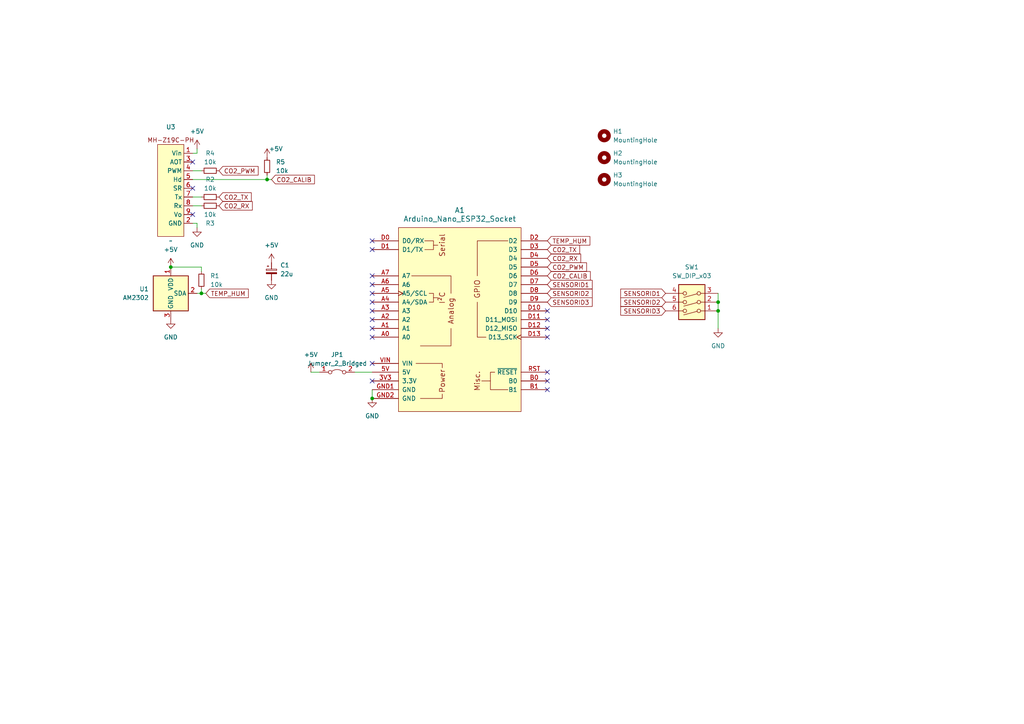
<source format=kicad_sch>
(kicad_sch (version 20231120) (generator "eeschema") (generator_version "8.0")
  (paper "A4")
  (lib_symbols
    (symbol "Device:C_Polarized_Small" (pin_numbers hide) (pin_names (offset 0.254) hide)
      (property "Reference" "C" (at 0.254 1.778 0))
      (property "Value" "C_Polarized_Small" (at 0.254 -2.032 0))
      (symbol "C_Polarized_Small_0_1"
        (rectangle (start -1.524 -0.3048) (end 1.524 -0.6858) (fill (type outline)))
        (rectangle (start -1.524 0.6858) (end 1.524 0.3048))
        (polyline (pts (xy -1.27 1.524) (xy -0.762 1.524)))
        (polyline (pts (xy -1.016 1.27) (xy -1.016 1.778)))
      )
      (symbol "C_Polarized_Small_1_1"
        (pin passive line (at 0 2.54 270) (length 1.8542) (name "~") (number "1"))
        (pin passive line (at 0 -2.54 90) (length 1.8542) (name "~") (number "2"))
      )
    )
    (symbol "Device:R_Small" (pin_numbers hide) (pin_names (offset 0.254) hide)
      (property "Reference" "R" (at 0.762 0.508 0))
      (property "Value" "R_Small" (at 0.762 -1.016 0))
      (symbol "R_Small_0_1"
        (rectangle (start -0.762 1.778) (end 0.762 -1.778) (stroke (width 0.2032)))
      )
      (symbol "R_Small_1_1"
        (pin passive line (at 0 2.54 270) (length 0.762) (name "~") (number "1"))
        (pin passive line (at 0 -2.54 90) (length 0.762) (name "~") (number "2"))
      )
    )
    (symbol "Jumper:Jumper_2_Bridged" (pin_names (offset 0) hide)
      (property "Reference" "JP" (at 0 1.905 0))
      (property "Value" "Jumper_2_Bridged" (at 0 -2.54 0))
      (symbol "Jumper_2_Bridged_0_0"
        (circle (center -2.032 0) (radius 0.508))
        (circle (center 2.032 0) (radius 0.508))
      )
      (symbol "Jumper_2_Bridged_0_1"
        (arc (start 1.524 0.254) (mid 0 0.762) (end -1.524 0.254))
      )
      (symbol "Jumper_2_Bridged_1_1"
        (pin passive line (at -5.08 0 0) (length 2.54) (name "A") (number "1"))
        (pin passive line (at 5.08 0 180) (length 2.54) (name "B") (number "2"))
      )
    )
    (symbol "Mechanical:MountingHole" (pin_names (offset 1.016))
      (property "Reference" "H" (at 0 5.08 0))
      (property "Value" "MountingHole" (at 0 3.175 0))
      (symbol "MountingHole_0_1"
        (circle (center 0 0) (radius 1.27) (stroke (width 1.27)))
      )
    )
    (symbol "PCM_arduino-library:Arduino_Nano_ESP32_Socket" (pin_names (offset 1.016))
      (property "Reference" "A" (at 0 33.02 0))
      (property "Value" "Arduino_Nano_ESP32_Socket" (at 0 29.21 0))
      (symbol "Arduino_Nano_ESP32_Socket_0_0"
        (rectangle (start -17.78 26.67) (end 17.78 -26.67) (fill (type background)))
        (polyline (pts (xy -7.62 6.35) (xy -6.35 6.35)))
        (polyline (pts (xy -7.62 21.59) (xy -6.35 21.59)))
        (polyline (pts (xy 8.89 -17.78) (xy 6.35 -17.78)))
        (polyline (pts (xy -11.43 -22.86) (xy -5.08 -22.86) (xy -5.08 -21.59)))
        (polyline (pts (xy -5.08 -13.97) (xy -5.08 -12.7) (xy -12.7 -12.7)))
        (polyline (pts (xy -10.16 22.86) (xy -7.62 22.86) (xy -7.62 20.32) (xy -10.16 20.32)))
        (polyline (pts (xy -8.89 7.62) (xy -7.62 7.62) (xy -7.62 5.08) (xy -8.89 5.08)))
        (text "Analog" (at -2.54 2.54 900) (effects (font (size 1.524 1.524))))
        (text "I²C" (at -5.08 6.35 900) (effects (font (size 1.524 1.524))))
        (text "Misc." (at 5.08 -17.78 900) (effects (font (size 1.524 1.524))))
        (text "Power" (at -5.08 -17.78 900) (effects (font (size 1.524 1.524))))
        (text "Serial" (at -5.08 21.59 900) (effects (font (size 1.524 1.524))))
      )
      (symbol "Arduino_Nano_ESP32_Socket_0_1"
        (polyline (pts (xy -13.97 12.7) (xy -2.54 12.7) (xy -2.54 7.62)))
        (polyline (pts (xy -11.43 -7.62) (xy -2.54 -7.62) (xy -2.54 -2.54)))
        (polyline (pts (xy 7.62 -5.08) (xy 5.08 -5.08) (xy 5.08 5.08)))
        (polyline (pts (xy 13.97 22.86) (xy 5.08 22.86) (xy 5.08 12.7)))
        (polyline (pts (xy 10.16 -15.24) (xy 8.89 -15.24) (xy 8.89 -20.32) (xy 13.97 -20.32)))
      )
      (symbol "Arduino_Nano_ESP32_Socket_1_0"
        (text "GPIO" (at 5.08 8.89 900) (effects (font (size 1.524 1.524))))
      )
      (symbol "Arduino_Nano_ESP32_Socket_1_1"
        (pin power_out line (at -25.4 -17.78 0) (length 7.62) (name "3.3V") (number "3V3"))
        (pin power_in line (at -25.4 -15.24 0) (length 7.62) (name "5V") (number "5V"))
        (pin bidirectional line (at -25.4 -5.08 0) (length 7.62) (name "A0") (number "A0"))
        (pin bidirectional line (at -25.4 -2.54 0) (length 7.62) (name "A1") (number "A1"))
        (pin bidirectional line (at -25.4 0 0) (length 7.62) (name "A2") (number "A2"))
        (pin bidirectional line (at -25.4 2.54 0) (length 7.62) (name "A3") (number "A3"))
        (pin bidirectional line (at -25.4 5.08 0) (length 7.62) (name "A4/SDA") (number "A4"))
        (pin bidirectional clock (at -25.4 7.62 0) (length 7.62) (name "A5/SCL") (number "A5"))
        (pin input line (at -25.4 10.16 0) (length 7.62) (name "A6") (number "A6"))
        (pin input line (at -25.4 12.7 0) (length 7.62) (name "A7") (number "A7"))
        (pin bidirectional line (at 25.4 -17.78 180) (length 7.62) (name "B0") (number "B0"))
        (pin bidirectional line (at 25.4 -20.32 180) (length 7.62) (name "B1") (number "B1"))
        (pin bidirectional line (at -25.4 22.86 0) (length 7.62) (name "D0/RX") (number "D0"))
        (pin bidirectional line (at -25.4 20.32 0) (length 7.62) (name "D1/TX") (number "D1"))
        (pin bidirectional line (at 25.4 2.54 180) (length 7.62) (name "D10") (number "D10"))
        (pin bidirectional line (at 25.4 0 180) (length 7.62) (name "D11_MOSI") (number "D11"))
        (pin bidirectional line (at 25.4 -2.54 180) (length 7.62) (name "D12_MISO") (number "D12"))
        (pin bidirectional clock (at 25.4 -5.08 180) (length 7.62) (name "D13_SCK") (number "D13"))
        (pin bidirectional line (at 25.4 22.86 180) (length 7.62) (name "D2") (number "D2"))
        (pin bidirectional line (at 25.4 20.32 180) (length 7.62) (name "D3") (number "D3"))
        (pin bidirectional line (at 25.4 17.78 180) (length 7.62) (name "D4") (number "D4"))
        (pin bidirectional line (at 25.4 15.24 180) (length 7.62) (name "D5") (number "D5"))
        (pin bidirectional line (at 25.4 12.7 180) (length 7.62) (name "D6") (number "D6"))
        (pin bidirectional line (at 25.4 10.16 180) (length 7.62) (name "D7") (number "D7"))
        (pin bidirectional line (at 25.4 7.62 180) (length 7.62) (name "D8") (number "D8"))
        (pin bidirectional line (at 25.4 5.08 180) (length 7.62) (name "D9") (number "D9"))
        (pin power_in line (at -25.4 -20.32 0) (length 7.62) (name "GND") (number "GND1"))
        (pin power_in line (at -25.4 -22.86 0) (length 7.62) (name "GND") (number "GND2"))
        (pin open_collector line (at 25.4 -15.24 180) (length 7.62) (name "~{RESET}") (number "RST"))
        (pin power_in line (at -25.4 -12.7 0) (length 7.62) (name "VIN") (number "VIN"))
      )
    )
    (symbol "Sensor:AM2302"
      (property "Reference" "U" (at -3.81 6.35 0))
      (property "Value" "AM2302" (at 3.81 6.35 0))
      (symbol "AM2302_0_1"
        (rectangle (start -5.08 5.08) (end 5.08 -5.08) (stroke (width 0.254)) (fill (type background)))
      )
      (symbol "AM2302_1_1"
        (pin power_in line (at 0 7.62 270) (length 2.54) (name "VDD") (number "1"))
        (pin bidirectional line (at 7.62 0 180) (length 2.54) (name "SDA") (number "2"))
        (pin power_in line (at 0 -7.62 90) (length 2.54) (name "GND") (number "3"))
        (pin passive line (at 0 -7.62 90) (length 2.54) hide (name "GND") (number "4"))
      )
    )
    (symbol "Switch:SW_DIP_x03" (pin_names (offset 0) hide)
      (property "Reference" "SW" (at 0 6.35 0))
      (property "Value" "SW_DIP_x03" (at 0 -6.35 0))
      (symbol "SW_DIP_x03_0_0"
        (circle (center -2.032 -2.54) (radius 0.508))
        (circle (center -2.032 0) (radius 0.508))
        (circle (center -2.032 2.54) (radius 0.508))
        (polyline (pts (xy -1.524 -2.413) (xy 2.3622 -1.3716)))
        (polyline (pts (xy -1.524 0.127) (xy 2.3622 1.1684)))
        (polyline (pts (xy -1.524 2.667) (xy 2.3622 3.7084)))
        (circle (center 2.032 -2.54) (radius 0.508))
        (circle (center 2.032 0) (radius 0.508))
        (circle (center 2.032 2.54) (radius 0.508))
      )
      (symbol "SW_DIP_x03_0_1"
        (rectangle (start -3.81 5.08) (end 3.81 -5.08) (stroke (width 0.254)) (fill (type background)))
      )
      (symbol "SW_DIP_x03_1_1"
        (pin passive line (at -7.62 2.54 0) (length 5.08) (name "~") (number "1"))
        (pin passive line (at -7.62 0 0) (length 5.08) (name "~") (number "2"))
        (pin passive line (at -7.62 -2.54 0) (length 5.08) (name "~") (number "3"))
        (pin passive line (at 7.62 -2.54 180) (length 5.08) (name "~") (number "4"))
        (pin passive line (at 7.62 0 180) (length 5.08) (name "~") (number "5"))
        (pin passive line (at 7.62 2.54 180) (length 5.08) (name "~") (number "6"))
      )
    )
    (symbol "pcblib:MH-Z19C-PH"
      (property "Reference" "U?" (at 0 -1.27 0))
      (symbol "MH-Z19C-PH_1_1"
        (rectangle (start -3.81 26.67) (end 3.81 0) (fill (type background)))
        (text "MH-Z19C-PH" (at 0 27.94 0) (effects (font (size 1.27 1.27))))
        (pin power_in line (at 6.35 24.13 180) (length 2.54) (name "Vin") (number "1"))
        (pin power_in line (at 6.35 3.81 180) (length 2.54) (name "GND") (number "2"))
        (pin bidirectional line (at 6.35 21.59 180) (length 2.54) (name "AOT") (number "3"))
        (pin output line (at 6.35 19.05 180) (length 2.54) (name "PWM") (number "4"))
        (pin bidirectional line (at 6.35 16.51 180) (length 2.54) (name "Hd") (number "5"))
        (pin bidirectional line (at 6.35 13.97 180) (length 2.54) (name "SR") (number "6"))
        (pin bidirectional line (at 6.35 11.43 180) (length 2.54) (name "Tx") (number "7"))
        (pin bidirectional line (at 6.35 8.89 180) (length 2.54) (name "Rx") (number "8"))
        (pin bidirectional line (at 6.35 6.35 180) (length 2.54) (name "Vo") (number "9"))
      )
    )
    (symbol "power:+5V" (power) (pin_names (offset 0))
      (property "Value" "+5V" (at 0 3.556 0))
      (symbol "+5V_0_1"
        (polyline (pts (xy -0.762 1.27) (xy 0 2.54)))
        (polyline (pts (xy 0 0) (xy 0 2.54)))
        (polyline (pts (xy 0 2.54) (xy 0.762 1.27)))
      )
      (symbol "+5V_1_1"
        (pin power_in line (at 0 0 90) (length 0) hide (name "+5V") (number "1"))
      )
    )
    (symbol "power:GND" (power) (pin_names (offset 0))
      (property "Value" "GND" (at 0 -3.81 0))
      (symbol "GND_0_1"
        (polyline (pts (xy 0 0) (xy 0 -1.27) (xy 1.27 -1.27) (xy 0 -2.54) (xy -1.27 -1.27) (xy 0 -1.27)))
      )
      (symbol "GND_1_1"
        (pin power_in line (at 0 0 270) (length 0) hide (name "GND") (number "1"))
      )
    )
  )
  (junction (at 58.42 85.09))
  (junction (at 49.53 77.47))
  (junction (at 107.95 115.57))
  (junction (at 208.28 87.63))
  (junction (at 77.47 52.07))
  (junction (at 208.28 90.17))
  (no_connect (at 158.75 107.95))
  (no_connect (at 107.95 72.39))
  (no_connect (at 107.95 90.17))
  (no_connect (at 158.75 110.49))
  (no_connect (at 107.95 82.55))
  (no_connect (at 107.95 92.71))
  (no_connect (at 107.95 85.09))
  (no_connect (at 107.95 110.49))
  (no_connect (at 107.95 95.25))
  (no_connect (at 158.75 95.25))
  (no_connect (at 55.88 54.61))
  (no_connect (at 107.95 80.01))
  (no_connect (at 107.95 97.79))
  (no_connect (at 158.75 92.71))
  (no_connect (at 158.75 113.03))
  (no_connect (at 55.88 46.99))
  (no_connect (at 158.75 97.79))
  (no_connect (at 107.95 69.85))
  (no_connect (at 158.75 90.17))
  (no_connect (at 107.95 105.41))
  (no_connect (at 55.88 62.23))
  (no_connect (at 107.95 87.63))
  (wire (pts (xy 107.95 113.03) (xy 107.95 115.57)))
  (wire (pts (xy 58.42 85.09) (xy 59.69 85.09)))
  (wire (pts (xy 90.17 107.95) (xy 92.71 107.95)))
  (wire (pts (xy 77.47 50.8) (xy 77.47 52.07)))
  (wire (pts (xy 55.88 64.77) (xy 57.15 64.77)))
  (wire (pts (xy 58.42 85.09) (xy 57.15 85.09)))
  (wire (pts (xy 208.28 90.17) (xy 208.28 95.25)))
  (wire (pts (xy 55.88 59.69) (xy 58.42 59.69)))
  (wire (pts (xy 58.42 77.47) (xy 58.42 78.74)))
  (wire (pts (xy 55.88 52.07) (xy 77.47 52.07)))
  (wire (pts (xy 55.88 49.53) (xy 58.42 49.53)))
  (wire (pts (xy 57.15 64.77) (xy 57.15 66.04)))
  (wire (pts (xy 102.87 107.95) (xy 107.95 107.95)))
  (wire (pts (xy 55.88 57.15) (xy 58.42 57.15)))
  (wire (pts (xy 58.42 83.82) (xy 58.42 85.09)))
  (wire (pts (xy 49.53 77.47) (xy 58.42 77.47)))
  (wire (pts (xy 208.28 85.09) (xy 208.28 87.63)))
  (wire (pts (xy 208.28 87.63) (xy 208.28 90.17)))
  (wire (pts (xy 57.15 44.45) (xy 55.88 44.45)))
  (wire (pts (xy 57.15 43.18) (xy 57.15 44.45)))
  (wire (pts (xy 77.47 52.07) (xy 78.74 52.07)))
  (global_label "SENSORID2" (shape input) (at 158.75 85.09 0) (property "Intersheetrefs" "${INTERSHEET_REFS}" (effects (hide yes))))
  (global_label "SENSORID2" (shape input) (at 193.04 87.63 180) (property "Intersheetrefs" "${INTERSHEET_REFS}" (effects (hide yes))))
  (global_label "CO2_TX" (shape input) (at 158.75 72.39 0) (property "Intersheetrefs" "${INTERSHEET_REFS}" (effects (hide yes))))
  (global_label "SENSORID1" (shape input) (at 193.04 85.09 180) (property "Intersheetrefs" "${INTERSHEET_REFS}" (effects (hide yes))))
  (global_label "TEMP_HUM" (shape input) (at 59.69 85.09 0) (property "Intersheetrefs" "${INTERSHEET_REFS}" (effects (hide yes))))
  (global_label "CO2_RX" (shape input) (at 158.75 74.93 0) (property "Intersheetrefs" "${INTERSHEET_REFS}" (effects (hide yes))))
  (global_label "CO2_RX" (shape input) (at 63.5 59.69 0) (property "Intersheetrefs" "${INTERSHEET_REFS}" (effects (hide yes))))
  (global_label "SENSORID3" (shape input) (at 193.04 90.17 180) (property "Intersheetrefs" "${INTERSHEET_REFS}" (effects (hide yes))))
  (global_label "CO2_TX" (shape input) (at 63.5 57.15 0) (property "Intersheetrefs" "${INTERSHEET_REFS}" (effects (hide yes))))
  (global_label "CO2_PWM" (shape input) (at 63.5 49.53 0) (property "Intersheetrefs" "${INTERSHEET_REFS}" (effects (hide yes))))
  (global_label "SENSORID3" (shape input) (at 158.75 87.63 0) (property "Intersheetrefs" "${INTERSHEET_REFS}" (effects (hide yes))))
  (global_label "CO2_PWM" (shape input) (at 158.75 77.47 0) (property "Intersheetrefs" "${INTERSHEET_REFS}" (effects (hide yes))))
  (global_label "CO2_CALIB" (shape input) (at 158.75 80.01 0) (property "Intersheetrefs" "${INTERSHEET_REFS}" (effects (hide yes))))
  (global_label "CO2_CALIB" (shape input) (at 78.74 52.07 0) (property "Intersheetrefs" "${INTERSHEET_REFS}" (effects (hide yes))))
  (global_label "SENSORID1" (shape input) (at 158.75 82.55 0) (property "Intersheetrefs" "${INTERSHEET_REFS}" (effects (hide yes))))
  (global_label "TEMP_HUM" (shape input) (at 158.75 69.85 0) (property "Intersheetrefs" "${INTERSHEET_REFS}" (effects (hide yes))))
  (symbol (lib_id "Sensor:AM2302") (at 49.53 85.09 0) (unit 1)
    (property "Reference" "U1" (at 43.18 83.82 0) (effects (justify right)))
    (property "Value" "AM2302" (at 43.18 86.36 0) (effects (justify right)))
    (property "Footprint" "pcblib:PinHeader_1x03_P2.54mm_Horizontal_Polarized" (effects (hide yes)))
    (property "Datasheet" "http://akizukidenshi.com/download/ds/aosong/AM2302.pdf" (effects (hide yes)))
  )
  (symbol (lib_id "Device:C_Polarized_Small") (at 78.74 78.74 0) (unit 1)
    (property "Reference" "C1" (at 81.28 76.9239 0) (effects (justify left)))
    (property "Value" "22u" (at 81.28 79.4639 0) (effects (justify left)))
    (property "Footprint" "Capacitor_SMD:CP_Elec_4x5.4" (effects (hide yes)))
  )
  (symbol (lib_id "power:+5V") (at 90.17 107.95 0) (unit 1)
    (property "Reference" "#PWR04" (effects (hide yes)))
    (property "Value" "+5V" (at 90.17 102.87 0))
  )
  (symbol (lib_id "power:GND") (at 78.74 81.28 0) (unit 1)
    (property "Reference" "#PWR011" (effects (hide yes)))
    (property "Value" "GND" (at 78.74 86.36 0))
  )
  (symbol (lib_id "Device:R_Small") (at 60.96 49.53 270) (unit 1)
    (property "Reference" "R4" (at 60.96 44.45 90))
    (property "Value" "10k" (at 60.96 46.99 90))
    (property "Footprint" "Resistor_SMD:R_0603_1608Metric_Pad0.98x0.95mm_HandSolder" (effects (hide yes)))
  )
  (symbol (lib_id "Device:R_Small") (at 77.47 48.26 0) (unit 1)
    (property "Reference" "R5" (at 80.01 46.99 0) (effects (justify left)))
    (property "Value" "10k" (at 80.01 49.53 0) (effects (justify left)))
    (property "Footprint" "Resistor_SMD:R_0603_1608Metric_Pad0.98x0.95mm_HandSolder" (effects (hide yes)))
  )
  (symbol (lib_id "power:+5V") (at 57.15 43.18 0) (unit 1)
    (property "Reference" "#PWR07" (effects (hide yes)))
    (property "Value" "+5V" (at 57.15 38.1 0))
  )
  (symbol (lib_id "power:GND") (at 49.53 92.71 0) (unit 1)
    (property "Reference" "#PWR01" (effects (hide yes)))
    (property "Value" "GND" (at 49.53 97.79 0))
  )
  (symbol (lib_id "Device:R_Small") (at 60.96 59.69 270) (mirror x) (unit 1)
    (property "Reference" "R3" (at 60.96 64.77 90))
    (property "Value" "10k" (at 60.96 62.23 90))
    (property "Footprint" "Resistor_SMD:R_0603_1608Metric_Pad0.98x0.95mm_HandSolder" (effects (hide yes)))
  )
  (symbol (lib_id "Device:R_Small") (at 60.96 57.15 270) (unit 1)
    (property "Reference" "R2" (at 60.96 52.07 90))
    (property "Value" "10k" (at 60.96 54.61 90))
    (property "Footprint" "Resistor_SMD:R_0603_1608Metric_Pad0.98x0.95mm_HandSolder" (effects (hide yes)))
  )
  (symbol (lib_id "Mechanical:MountingHole") (at 175.26 52.07 0) (unit 1)
    (property "Reference" "H3" (at 177.8 50.8 0) (effects (justify left)))
    (property "Value" "MountingHole" (at 177.8 53.34 0) (effects (justify left)))
    (property "Footprint" "MountingHole:MountingHole_3.2mm_M3_DIN965" (effects (hide yes)))
  )
  (symbol (lib_id "PCM_arduino-library:Arduino_Nano_ESP32_Socket") (at 133.35 92.71 0) (unit 1)
    (property "Reference" "A1" (at 133.35 60.96 0) (effects (font (size 1.524 1.524))))
    (property "Value" "Arduino_Nano_ESP32_Socket" (at 133.35 63.5 0) (effects (font (size 1.524 1.524))))
    (property "Footprint" "PCM_arduino-library:Arduino_Nano_ESP32_Socket" (effects (hide yes)))
    (property "Datasheet" "https://docs.arduino.cc/hardware/nano-esp32" (effects (hide yes)))
  )
  (symbol (lib_id "Switch:SW_DIP_x03") (at 200.66 87.63 180) (unit 1)
    (property "Reference" "SW1" (at 200.66 77.47 0))
    (property "Value" "SW_DIP_x03" (at 200.66 80.01 0))
    (property "Footprint" "pcblib:SMD_Switch-3_W7.62mm" (effects (hide yes)))
  )
  (symbol (lib_id "power:+5V") (at 77.47 45.72 0) (unit 1)
    (property "Reference" "#PWR09" (effects (hide yes)))
    (property "Value" "+5V" (at 80.01 43.18 0))
  )
  (symbol (lib_id "power:GND") (at 208.28 95.25 0) (unit 1)
    (property "Reference" "#PWR012" (effects (hide yes)))
    (property "Value" "GND" (at 208.28 100.33 0))
  )
  (symbol (lib_id "power:+5V") (at 49.53 77.47 0) (unit 1)
    (property "Reference" "#PWR03" (effects (hide yes)))
    (property "Value" "+5V" (at 49.53 72.39 0))
  )
  (symbol (lib_id "Mechanical:MountingHole") (at 175.26 45.72 0) (unit 1)
    (property "Reference" "H2" (at 177.8 44.45 0) (effects (justify left)))
    (property "Value" "MountingHole" (at 177.8 46.99 0) (effects (justify left)))
    (property "Footprint" "MountingHole:MountingHole_3.2mm_M3_DIN965" (effects (hide yes)))
  )
  (symbol (lib_id "power:GND") (at 57.15 66.04 0) (unit 1)
    (property "Reference" "#PWR08" (effects (hide yes)))
    (property "Value" "GND" (at 57.15 71.12 0))
  )
  (symbol (lib_id "Mechanical:MountingHole") (at 175.26 39.37 0) (unit 1)
    (property "Reference" "H1" (at 177.8 38.1 0) (effects (justify left)))
    (property "Value" "MountingHole" (at 177.8 40.64 0) (effects (justify left)))
    (property "Footprint" "MountingHole:MountingHole_3.2mm_M3_DIN965" (effects (hide yes)))
  )
  (symbol (lib_id "power:GND") (at 107.95 115.57 0) (unit 1)
    (property "Reference" "#PWR02" (effects (hide yes)))
    (property "Value" "GND" (at 107.95 120.65 0))
  )
  (symbol (lib_id "Device:R_Small") (at 58.42 81.28 0) (unit 1)
    (property "Reference" "R1" (at 60.96 80.01 0) (effects (justify left)))
    (property "Value" "10k" (at 60.96 82.55 0) (effects (justify left)))
    (property "Footprint" "Resistor_SMD:R_0603_1608Metric_Pad0.98x0.95mm_HandSolder" (effects (hide yes)))
  )
  (symbol (lib_id "pcblib:MH-Z19C-PH") (at 49.53 68.58 0) (unit 1)
    (property "Reference" "U3" (at 49.53 36.83 0))
    (property "Value" "~" (at 49.53 69.85 0))
    (property "Footprint" "pcblib:MH-Z19C-PH" (effects (hide yes)))
  )
  (symbol (lib_id "Jumper:Jumper_2_Bridged") (at 97.79 107.95 0) (unit 1)
    (property "Reference" "JP1" (at 97.79 102.87 0))
    (property "Value" "Jumper_2_Bridged" (at 97.79 105.41 0))
    (property "Footprint" "Resistor_SMD:R_0603_1608Metric_Pad0.98x0.95mm_HandSolder" (effects (hide yes)))
  )
  (symbol (lib_id "power:+5V") (at 78.74 76.2 0) (unit 1)
    (property "Reference" "#PWR010" (effects (hide yes)))
    (property "Value" "+5V" (at 78.74 71.12 0))
  )
)
</source>
